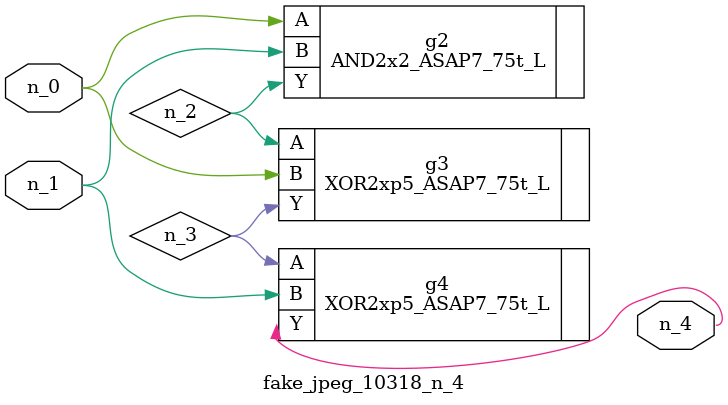
<source format=v>
module fake_jpeg_10318_n_4 (n_0, n_1, n_4);

input n_0;
input n_1;

output n_4;

wire n_2;
wire n_3;

AND2x2_ASAP7_75t_L g2 ( 
.A(n_0),
.B(n_1),
.Y(n_2)
);

XOR2xp5_ASAP7_75t_L g3 ( 
.A(n_2),
.B(n_0),
.Y(n_3)
);

XOR2xp5_ASAP7_75t_L g4 ( 
.A(n_3),
.B(n_1),
.Y(n_4)
);


endmodule
</source>
